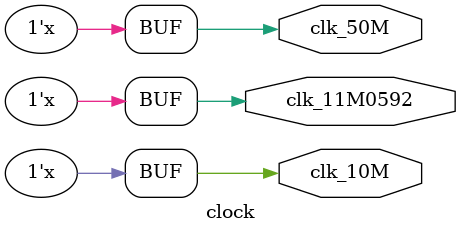
<source format=v>
`timescale 1ps / 1ps

module clock (
    output reg clk_50M,
    output reg clk_11M0592,
    output reg clk_10M
);

initial begin
    clk_50M = 0;
    clk_11M0592 = 0;
    clk_10M = 0;
end

always #(90422/2) clk_11M0592 = ~clk_11M0592;
always #(20000/2) clk_50M = ~clk_50M;
always #(100000/2) clk_10M = ~clk_10M;

endmodule

</source>
